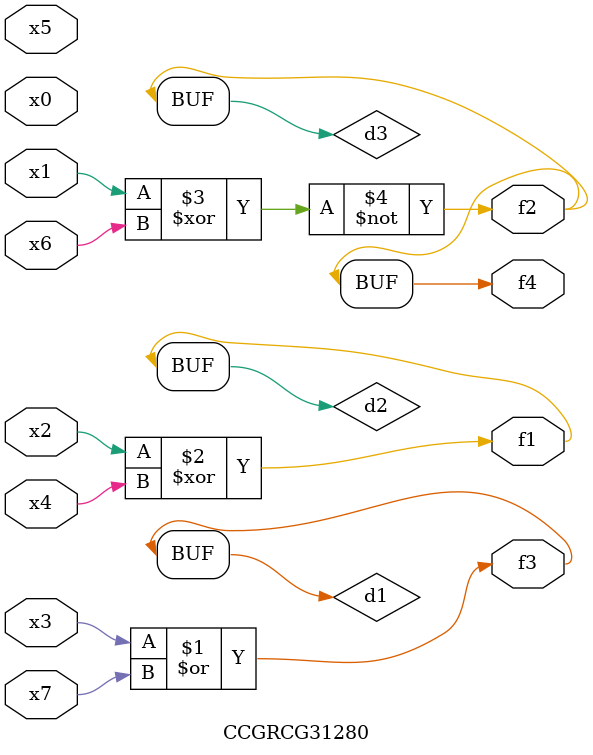
<source format=v>
module CCGRCG31280(
	input x0, x1, x2, x3, x4, x5, x6, x7,
	output f1, f2, f3, f4
);

	wire d1, d2, d3;

	or (d1, x3, x7);
	xor (d2, x2, x4);
	xnor (d3, x1, x6);
	assign f1 = d2;
	assign f2 = d3;
	assign f3 = d1;
	assign f4 = d3;
endmodule

</source>
